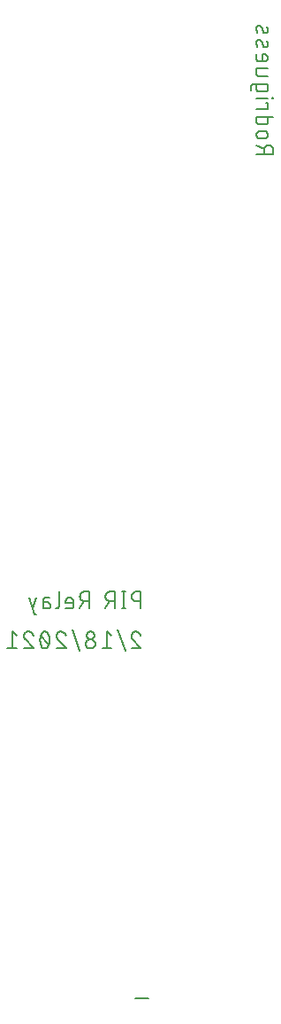
<source format=gbo>
G04 EAGLE Gerber RS-274X export*
G75*
%MOMM*%
%FSLAX34Y34*%
%LPD*%
%INSilkscreen Bottom*%
%IPPOS*%
%AMOC8*
5,1,8,0,0,1.08239X$1,22.5*%
G01*
%ADD10C,0.152400*%
%ADD11C,0.203200*%


D10*
X240538Y394462D02*
X240538Y410718D01*
X236022Y410718D01*
X235889Y410716D01*
X235757Y410710D01*
X235625Y410700D01*
X235493Y410687D01*
X235361Y410669D01*
X235231Y410648D01*
X235100Y410623D01*
X234971Y410594D01*
X234843Y410561D01*
X234715Y410525D01*
X234589Y410485D01*
X234464Y410441D01*
X234340Y410393D01*
X234218Y410342D01*
X234097Y410287D01*
X233978Y410229D01*
X233860Y410167D01*
X233745Y410102D01*
X233631Y410033D01*
X233520Y409962D01*
X233411Y409886D01*
X233304Y409808D01*
X233199Y409727D01*
X233097Y409642D01*
X232997Y409555D01*
X232900Y409465D01*
X232805Y409372D01*
X232714Y409276D01*
X232625Y409178D01*
X232539Y409077D01*
X232456Y408973D01*
X232376Y408867D01*
X232300Y408759D01*
X232226Y408649D01*
X232156Y408536D01*
X232089Y408422D01*
X232026Y408305D01*
X231966Y408187D01*
X231909Y408067D01*
X231856Y407945D01*
X231807Y407822D01*
X231761Y407698D01*
X231719Y407572D01*
X231681Y407445D01*
X231646Y407317D01*
X231615Y407188D01*
X231588Y407059D01*
X231565Y406928D01*
X231545Y406797D01*
X231530Y406665D01*
X231518Y406533D01*
X231510Y406401D01*
X231506Y406268D01*
X231506Y406136D01*
X231510Y406003D01*
X231518Y405871D01*
X231530Y405739D01*
X231545Y405607D01*
X231565Y405476D01*
X231588Y405345D01*
X231615Y405216D01*
X231646Y405087D01*
X231681Y404959D01*
X231719Y404832D01*
X231761Y404706D01*
X231807Y404582D01*
X231856Y404459D01*
X231909Y404337D01*
X231966Y404217D01*
X232026Y404099D01*
X232089Y403982D01*
X232156Y403868D01*
X232226Y403755D01*
X232300Y403645D01*
X232376Y403537D01*
X232456Y403431D01*
X232539Y403327D01*
X232625Y403226D01*
X232714Y403128D01*
X232805Y403032D01*
X232900Y402939D01*
X232997Y402849D01*
X233097Y402762D01*
X233199Y402677D01*
X233304Y402596D01*
X233411Y402518D01*
X233520Y402442D01*
X233631Y402371D01*
X233745Y402302D01*
X233860Y402237D01*
X233978Y402175D01*
X234097Y402117D01*
X234218Y402062D01*
X234340Y402011D01*
X234464Y401963D01*
X234589Y401919D01*
X234715Y401879D01*
X234843Y401843D01*
X234971Y401810D01*
X235100Y401781D01*
X235231Y401756D01*
X235361Y401735D01*
X235493Y401717D01*
X235625Y401704D01*
X235757Y401694D01*
X235889Y401688D01*
X236022Y401686D01*
X236022Y401687D02*
X240538Y401687D01*
X224250Y394462D02*
X224250Y410718D01*
X226056Y394462D02*
X222443Y394462D01*
X222443Y410718D02*
X226056Y410718D01*
X215647Y410718D02*
X215647Y394462D01*
X215647Y410718D02*
X211132Y410718D01*
X210999Y410716D01*
X210867Y410710D01*
X210735Y410700D01*
X210603Y410687D01*
X210471Y410669D01*
X210341Y410648D01*
X210210Y410623D01*
X210081Y410594D01*
X209953Y410561D01*
X209825Y410525D01*
X209699Y410485D01*
X209574Y410441D01*
X209450Y410393D01*
X209328Y410342D01*
X209207Y410287D01*
X209088Y410229D01*
X208970Y410167D01*
X208855Y410102D01*
X208741Y410033D01*
X208630Y409962D01*
X208521Y409886D01*
X208414Y409808D01*
X208309Y409727D01*
X208207Y409642D01*
X208107Y409555D01*
X208010Y409465D01*
X207915Y409372D01*
X207824Y409276D01*
X207735Y409178D01*
X207649Y409077D01*
X207566Y408973D01*
X207486Y408867D01*
X207410Y408759D01*
X207336Y408649D01*
X207266Y408536D01*
X207199Y408422D01*
X207136Y408305D01*
X207076Y408187D01*
X207019Y408067D01*
X206966Y407945D01*
X206917Y407822D01*
X206871Y407698D01*
X206829Y407572D01*
X206791Y407445D01*
X206756Y407317D01*
X206725Y407188D01*
X206698Y407059D01*
X206675Y406928D01*
X206655Y406797D01*
X206640Y406665D01*
X206628Y406533D01*
X206620Y406401D01*
X206616Y406268D01*
X206616Y406136D01*
X206620Y406003D01*
X206628Y405871D01*
X206640Y405739D01*
X206655Y405607D01*
X206675Y405476D01*
X206698Y405345D01*
X206725Y405216D01*
X206756Y405087D01*
X206791Y404959D01*
X206829Y404832D01*
X206871Y404706D01*
X206917Y404582D01*
X206966Y404459D01*
X207019Y404337D01*
X207076Y404217D01*
X207136Y404099D01*
X207199Y403982D01*
X207266Y403868D01*
X207336Y403755D01*
X207410Y403645D01*
X207486Y403537D01*
X207566Y403431D01*
X207649Y403327D01*
X207735Y403226D01*
X207824Y403128D01*
X207915Y403032D01*
X208010Y402939D01*
X208107Y402849D01*
X208207Y402762D01*
X208309Y402677D01*
X208414Y402596D01*
X208521Y402518D01*
X208630Y402442D01*
X208741Y402371D01*
X208855Y402302D01*
X208970Y402237D01*
X209088Y402175D01*
X209207Y402117D01*
X209328Y402062D01*
X209450Y402011D01*
X209574Y401963D01*
X209699Y401919D01*
X209825Y401879D01*
X209953Y401843D01*
X210081Y401810D01*
X210210Y401781D01*
X210341Y401756D01*
X210471Y401735D01*
X210603Y401717D01*
X210735Y401704D01*
X210867Y401694D01*
X210999Y401688D01*
X211132Y401686D01*
X211132Y401687D02*
X215647Y401687D01*
X210229Y401687D02*
X206616Y394462D01*
X191159Y394462D02*
X191159Y410718D01*
X186643Y410718D01*
X186510Y410716D01*
X186378Y410710D01*
X186246Y410700D01*
X186114Y410687D01*
X185982Y410669D01*
X185852Y410648D01*
X185721Y410623D01*
X185592Y410594D01*
X185464Y410561D01*
X185336Y410525D01*
X185210Y410485D01*
X185085Y410441D01*
X184961Y410393D01*
X184839Y410342D01*
X184718Y410287D01*
X184599Y410229D01*
X184481Y410167D01*
X184366Y410102D01*
X184252Y410033D01*
X184141Y409962D01*
X184032Y409886D01*
X183925Y409808D01*
X183820Y409727D01*
X183718Y409642D01*
X183618Y409555D01*
X183521Y409465D01*
X183426Y409372D01*
X183335Y409276D01*
X183246Y409178D01*
X183160Y409077D01*
X183077Y408973D01*
X182997Y408867D01*
X182921Y408759D01*
X182847Y408649D01*
X182777Y408536D01*
X182710Y408422D01*
X182647Y408305D01*
X182587Y408187D01*
X182530Y408067D01*
X182477Y407945D01*
X182428Y407822D01*
X182382Y407698D01*
X182340Y407572D01*
X182302Y407445D01*
X182267Y407317D01*
X182236Y407188D01*
X182209Y407059D01*
X182186Y406928D01*
X182166Y406797D01*
X182151Y406665D01*
X182139Y406533D01*
X182131Y406401D01*
X182127Y406268D01*
X182127Y406136D01*
X182131Y406003D01*
X182139Y405871D01*
X182151Y405739D01*
X182166Y405607D01*
X182186Y405476D01*
X182209Y405345D01*
X182236Y405216D01*
X182267Y405087D01*
X182302Y404959D01*
X182340Y404832D01*
X182382Y404706D01*
X182428Y404582D01*
X182477Y404459D01*
X182530Y404337D01*
X182587Y404217D01*
X182647Y404099D01*
X182710Y403982D01*
X182777Y403868D01*
X182847Y403755D01*
X182921Y403645D01*
X182997Y403537D01*
X183077Y403431D01*
X183160Y403327D01*
X183246Y403226D01*
X183335Y403128D01*
X183426Y403032D01*
X183521Y402939D01*
X183618Y402849D01*
X183718Y402762D01*
X183820Y402677D01*
X183925Y402596D01*
X184032Y402518D01*
X184141Y402442D01*
X184252Y402371D01*
X184366Y402302D01*
X184481Y402237D01*
X184599Y402175D01*
X184718Y402117D01*
X184839Y402062D01*
X184961Y402011D01*
X185085Y401963D01*
X185210Y401919D01*
X185336Y401879D01*
X185464Y401843D01*
X185592Y401810D01*
X185721Y401781D01*
X185852Y401756D01*
X185982Y401735D01*
X186114Y401717D01*
X186246Y401704D01*
X186378Y401694D01*
X186510Y401688D01*
X186643Y401686D01*
X186643Y401687D02*
X191159Y401687D01*
X185740Y401687D02*
X182127Y394462D01*
X173049Y394462D02*
X168533Y394462D01*
X173049Y394462D02*
X173150Y394464D01*
X173251Y394470D01*
X173352Y394479D01*
X173453Y394492D01*
X173553Y394509D01*
X173652Y394530D01*
X173750Y394554D01*
X173847Y394582D01*
X173944Y394614D01*
X174039Y394649D01*
X174132Y394688D01*
X174224Y394730D01*
X174315Y394776D01*
X174404Y394825D01*
X174490Y394877D01*
X174575Y394933D01*
X174658Y394991D01*
X174738Y395053D01*
X174816Y395118D01*
X174892Y395185D01*
X174965Y395255D01*
X175035Y395328D01*
X175102Y395404D01*
X175167Y395482D01*
X175229Y395562D01*
X175287Y395645D01*
X175343Y395730D01*
X175395Y395817D01*
X175444Y395905D01*
X175490Y395996D01*
X175532Y396088D01*
X175571Y396181D01*
X175606Y396276D01*
X175638Y396373D01*
X175666Y396470D01*
X175690Y396568D01*
X175711Y396667D01*
X175728Y396767D01*
X175741Y396868D01*
X175750Y396969D01*
X175756Y397070D01*
X175758Y397171D01*
X175758Y401687D01*
X175757Y401687D02*
X175755Y401806D01*
X175749Y401926D01*
X175739Y402045D01*
X175725Y402163D01*
X175708Y402282D01*
X175686Y402399D01*
X175661Y402516D01*
X175631Y402631D01*
X175598Y402746D01*
X175561Y402860D01*
X175521Y402972D01*
X175476Y403083D01*
X175428Y403192D01*
X175377Y403300D01*
X175322Y403406D01*
X175263Y403510D01*
X175201Y403612D01*
X175136Y403712D01*
X175067Y403810D01*
X174995Y403906D01*
X174920Y403999D01*
X174843Y404089D01*
X174762Y404177D01*
X174678Y404262D01*
X174591Y404344D01*
X174502Y404424D01*
X174410Y404500D01*
X174316Y404574D01*
X174219Y404644D01*
X174121Y404711D01*
X174020Y404775D01*
X173916Y404835D01*
X173811Y404892D01*
X173704Y404945D01*
X173596Y404995D01*
X173486Y405041D01*
X173374Y405083D01*
X173261Y405122D01*
X173147Y405157D01*
X173032Y405188D01*
X172915Y405216D01*
X172798Y405239D01*
X172681Y405259D01*
X172562Y405275D01*
X172443Y405287D01*
X172324Y405295D01*
X172205Y405299D01*
X172085Y405299D01*
X171966Y405295D01*
X171847Y405287D01*
X171728Y405275D01*
X171609Y405259D01*
X171492Y405239D01*
X171375Y405216D01*
X171258Y405188D01*
X171143Y405157D01*
X171029Y405122D01*
X170916Y405083D01*
X170804Y405041D01*
X170694Y404995D01*
X170586Y404945D01*
X170479Y404892D01*
X170374Y404835D01*
X170270Y404775D01*
X170169Y404711D01*
X170071Y404644D01*
X169974Y404574D01*
X169880Y404500D01*
X169788Y404424D01*
X169699Y404344D01*
X169612Y404262D01*
X169528Y404177D01*
X169447Y404089D01*
X169370Y403999D01*
X169295Y403906D01*
X169223Y403810D01*
X169154Y403712D01*
X169089Y403612D01*
X169027Y403510D01*
X168968Y403406D01*
X168913Y403300D01*
X168862Y403192D01*
X168814Y403083D01*
X168769Y402972D01*
X168729Y402860D01*
X168692Y402746D01*
X168659Y402631D01*
X168629Y402516D01*
X168604Y402399D01*
X168582Y402282D01*
X168565Y402163D01*
X168551Y402045D01*
X168541Y401926D01*
X168535Y401806D01*
X168533Y401687D01*
X168533Y399881D01*
X175758Y399881D01*
X161974Y397171D02*
X161974Y410718D01*
X161974Y397171D02*
X161972Y397070D01*
X161966Y396969D01*
X161957Y396868D01*
X161944Y396767D01*
X161927Y396667D01*
X161906Y396568D01*
X161882Y396470D01*
X161854Y396373D01*
X161822Y396276D01*
X161787Y396181D01*
X161748Y396088D01*
X161706Y395996D01*
X161660Y395905D01*
X161611Y395817D01*
X161559Y395730D01*
X161503Y395645D01*
X161445Y395562D01*
X161383Y395482D01*
X161318Y395404D01*
X161251Y395328D01*
X161181Y395255D01*
X161108Y395185D01*
X161032Y395118D01*
X160954Y395053D01*
X160874Y394991D01*
X160791Y394933D01*
X160706Y394877D01*
X160620Y394825D01*
X160531Y394776D01*
X160440Y394730D01*
X160348Y394688D01*
X160255Y394649D01*
X160160Y394614D01*
X160063Y394582D01*
X159966Y394554D01*
X159868Y394530D01*
X159769Y394509D01*
X159669Y394492D01*
X159568Y394479D01*
X159467Y394470D01*
X159366Y394464D01*
X159265Y394462D01*
X150787Y400784D02*
X146723Y400784D01*
X150787Y400784D02*
X150899Y400782D01*
X151010Y400776D01*
X151121Y400766D01*
X151232Y400753D01*
X151342Y400735D01*
X151451Y400713D01*
X151560Y400688D01*
X151668Y400659D01*
X151774Y400626D01*
X151880Y400589D01*
X151984Y400549D01*
X152086Y400505D01*
X152187Y400457D01*
X152286Y400406D01*
X152384Y400351D01*
X152479Y400293D01*
X152572Y400232D01*
X152663Y400167D01*
X152752Y400099D01*
X152838Y400028D01*
X152921Y399955D01*
X153002Y399878D01*
X153081Y399798D01*
X153156Y399716D01*
X153228Y399631D01*
X153298Y399544D01*
X153364Y399454D01*
X153427Y399362D01*
X153487Y399267D01*
X153543Y399171D01*
X153596Y399073D01*
X153645Y398973D01*
X153691Y398871D01*
X153733Y398768D01*
X153772Y398663D01*
X153807Y398557D01*
X153838Y398450D01*
X153865Y398342D01*
X153889Y398233D01*
X153908Y398123D01*
X153924Y398013D01*
X153936Y397902D01*
X153944Y397790D01*
X153948Y397679D01*
X153948Y397567D01*
X153944Y397456D01*
X153936Y397344D01*
X153924Y397233D01*
X153908Y397123D01*
X153889Y397013D01*
X153865Y396904D01*
X153838Y396796D01*
X153807Y396689D01*
X153772Y396583D01*
X153733Y396478D01*
X153691Y396375D01*
X153645Y396273D01*
X153596Y396173D01*
X153543Y396075D01*
X153487Y395979D01*
X153427Y395884D01*
X153364Y395792D01*
X153298Y395702D01*
X153228Y395615D01*
X153156Y395530D01*
X153081Y395448D01*
X153002Y395368D01*
X152921Y395291D01*
X152838Y395218D01*
X152752Y395147D01*
X152663Y395079D01*
X152572Y395014D01*
X152479Y394953D01*
X152384Y394895D01*
X152286Y394840D01*
X152187Y394789D01*
X152086Y394741D01*
X151984Y394697D01*
X151880Y394657D01*
X151774Y394620D01*
X151668Y394587D01*
X151560Y394558D01*
X151451Y394533D01*
X151342Y394511D01*
X151232Y394493D01*
X151121Y394480D01*
X151010Y394470D01*
X150899Y394464D01*
X150787Y394462D01*
X146723Y394462D01*
X146723Y402590D01*
X146725Y402691D01*
X146731Y402792D01*
X146740Y402893D01*
X146753Y402994D01*
X146770Y403094D01*
X146791Y403193D01*
X146815Y403291D01*
X146843Y403388D01*
X146875Y403485D01*
X146910Y403580D01*
X146949Y403673D01*
X146991Y403765D01*
X147037Y403856D01*
X147086Y403945D01*
X147138Y404031D01*
X147194Y404116D01*
X147252Y404199D01*
X147314Y404279D01*
X147379Y404357D01*
X147446Y404433D01*
X147516Y404506D01*
X147589Y404576D01*
X147665Y404643D01*
X147743Y404708D01*
X147823Y404770D01*
X147906Y404828D01*
X147991Y404884D01*
X148078Y404936D01*
X148166Y404985D01*
X148257Y405031D01*
X148349Y405073D01*
X148442Y405112D01*
X148537Y405147D01*
X148634Y405179D01*
X148731Y405207D01*
X148829Y405231D01*
X148928Y405252D01*
X149028Y405269D01*
X149129Y405282D01*
X149230Y405291D01*
X149331Y405297D01*
X149432Y405299D01*
X153044Y405299D01*
X140327Y389043D02*
X138521Y389043D01*
X133102Y405299D01*
X140327Y405299D02*
X136715Y394462D01*
X351282Y828100D02*
X367538Y828100D01*
X367538Y832616D01*
X367536Y832749D01*
X367530Y832881D01*
X367520Y833013D01*
X367507Y833145D01*
X367489Y833277D01*
X367468Y833407D01*
X367443Y833538D01*
X367414Y833667D01*
X367381Y833795D01*
X367345Y833923D01*
X367305Y834049D01*
X367261Y834174D01*
X367213Y834298D01*
X367162Y834420D01*
X367107Y834541D01*
X367049Y834660D01*
X366987Y834778D01*
X366922Y834893D01*
X366853Y835007D01*
X366782Y835118D01*
X366706Y835227D01*
X366628Y835334D01*
X366547Y835439D01*
X366462Y835541D01*
X366375Y835641D01*
X366285Y835738D01*
X366192Y835833D01*
X366096Y835924D01*
X365998Y836013D01*
X365897Y836099D01*
X365793Y836182D01*
X365687Y836262D01*
X365579Y836338D01*
X365469Y836412D01*
X365356Y836482D01*
X365242Y836549D01*
X365125Y836612D01*
X365007Y836672D01*
X364887Y836729D01*
X364765Y836782D01*
X364642Y836831D01*
X364518Y836877D01*
X364392Y836919D01*
X364265Y836957D01*
X364137Y836992D01*
X364008Y837023D01*
X363879Y837050D01*
X363748Y837073D01*
X363617Y837093D01*
X363485Y837108D01*
X363353Y837120D01*
X363221Y837128D01*
X363088Y837132D01*
X362956Y837132D01*
X362823Y837128D01*
X362691Y837120D01*
X362559Y837108D01*
X362427Y837093D01*
X362296Y837073D01*
X362165Y837050D01*
X362036Y837023D01*
X361907Y836992D01*
X361779Y836957D01*
X361652Y836919D01*
X361526Y836877D01*
X361402Y836831D01*
X361279Y836782D01*
X361157Y836729D01*
X361037Y836672D01*
X360919Y836612D01*
X360802Y836549D01*
X360688Y836482D01*
X360575Y836412D01*
X360465Y836338D01*
X360357Y836262D01*
X360251Y836182D01*
X360147Y836099D01*
X360046Y836013D01*
X359948Y835924D01*
X359852Y835833D01*
X359759Y835738D01*
X359669Y835641D01*
X359582Y835541D01*
X359497Y835439D01*
X359416Y835334D01*
X359338Y835227D01*
X359262Y835118D01*
X359191Y835007D01*
X359122Y834893D01*
X359057Y834778D01*
X358995Y834660D01*
X358937Y834541D01*
X358882Y834420D01*
X358831Y834298D01*
X358783Y834174D01*
X358739Y834049D01*
X358699Y833923D01*
X358663Y833795D01*
X358630Y833667D01*
X358601Y833538D01*
X358576Y833407D01*
X358555Y833277D01*
X358537Y833145D01*
X358524Y833013D01*
X358514Y832881D01*
X358508Y832749D01*
X358506Y832616D01*
X358507Y832616D02*
X358507Y828100D01*
X358507Y833519D02*
X351282Y837131D01*
X354894Y843501D02*
X358507Y843501D01*
X358626Y843503D01*
X358746Y843509D01*
X358865Y843519D01*
X358983Y843533D01*
X359102Y843550D01*
X359219Y843572D01*
X359336Y843597D01*
X359451Y843627D01*
X359566Y843660D01*
X359680Y843697D01*
X359792Y843737D01*
X359903Y843782D01*
X360012Y843830D01*
X360120Y843881D01*
X360226Y843936D01*
X360330Y843995D01*
X360432Y844057D01*
X360532Y844122D01*
X360630Y844191D01*
X360726Y844263D01*
X360819Y844338D01*
X360909Y844415D01*
X360997Y844496D01*
X361082Y844580D01*
X361164Y844667D01*
X361244Y844756D01*
X361320Y844848D01*
X361394Y844942D01*
X361464Y845039D01*
X361531Y845137D01*
X361595Y845238D01*
X361655Y845342D01*
X361712Y845447D01*
X361765Y845554D01*
X361815Y845662D01*
X361861Y845772D01*
X361903Y845884D01*
X361942Y845997D01*
X361977Y846111D01*
X362008Y846226D01*
X362036Y846343D01*
X362059Y846460D01*
X362079Y846577D01*
X362095Y846696D01*
X362107Y846815D01*
X362115Y846934D01*
X362119Y847053D01*
X362119Y847173D01*
X362115Y847292D01*
X362107Y847411D01*
X362095Y847530D01*
X362079Y847649D01*
X362059Y847766D01*
X362036Y847883D01*
X362008Y848000D01*
X361977Y848115D01*
X361942Y848229D01*
X361903Y848342D01*
X361861Y848454D01*
X361815Y848564D01*
X361765Y848672D01*
X361712Y848779D01*
X361655Y848884D01*
X361595Y848988D01*
X361531Y849089D01*
X361464Y849187D01*
X361394Y849284D01*
X361320Y849378D01*
X361244Y849470D01*
X361164Y849559D01*
X361082Y849646D01*
X360997Y849730D01*
X360909Y849811D01*
X360819Y849888D01*
X360726Y849963D01*
X360630Y850035D01*
X360532Y850104D01*
X360432Y850169D01*
X360330Y850231D01*
X360226Y850290D01*
X360120Y850345D01*
X360012Y850396D01*
X359903Y850444D01*
X359792Y850489D01*
X359680Y850529D01*
X359566Y850566D01*
X359451Y850599D01*
X359336Y850629D01*
X359219Y850654D01*
X359102Y850676D01*
X358983Y850693D01*
X358865Y850707D01*
X358746Y850717D01*
X358626Y850723D01*
X358507Y850725D01*
X358507Y850726D02*
X354894Y850726D01*
X354894Y850725D02*
X354775Y850723D01*
X354655Y850717D01*
X354536Y850707D01*
X354418Y850693D01*
X354299Y850676D01*
X354182Y850654D01*
X354065Y850629D01*
X353950Y850599D01*
X353835Y850566D01*
X353721Y850529D01*
X353609Y850489D01*
X353498Y850444D01*
X353389Y850396D01*
X353281Y850345D01*
X353175Y850290D01*
X353071Y850231D01*
X352969Y850169D01*
X352869Y850104D01*
X352771Y850035D01*
X352675Y849963D01*
X352582Y849888D01*
X352492Y849811D01*
X352404Y849730D01*
X352319Y849646D01*
X352237Y849559D01*
X352157Y849470D01*
X352081Y849378D01*
X352007Y849284D01*
X351937Y849187D01*
X351870Y849089D01*
X351806Y848988D01*
X351746Y848884D01*
X351689Y848779D01*
X351636Y848672D01*
X351586Y848564D01*
X351540Y848454D01*
X351498Y848342D01*
X351459Y848229D01*
X351424Y848115D01*
X351393Y848000D01*
X351365Y847883D01*
X351342Y847766D01*
X351322Y847649D01*
X351306Y847530D01*
X351294Y847411D01*
X351286Y847292D01*
X351282Y847173D01*
X351282Y847053D01*
X351286Y846934D01*
X351294Y846815D01*
X351306Y846696D01*
X351322Y846577D01*
X351342Y846460D01*
X351365Y846343D01*
X351393Y846226D01*
X351424Y846111D01*
X351459Y845997D01*
X351498Y845884D01*
X351540Y845772D01*
X351586Y845662D01*
X351636Y845554D01*
X351689Y845447D01*
X351746Y845342D01*
X351806Y845238D01*
X351870Y845137D01*
X351937Y845039D01*
X352007Y844942D01*
X352081Y844848D01*
X352157Y844756D01*
X352237Y844667D01*
X352319Y844580D01*
X352404Y844496D01*
X352492Y844415D01*
X352582Y844338D01*
X352675Y844263D01*
X352771Y844191D01*
X352869Y844122D01*
X352969Y844057D01*
X353071Y843995D01*
X353175Y843936D01*
X353281Y843881D01*
X353389Y843830D01*
X353498Y843782D01*
X353609Y843737D01*
X353721Y843697D01*
X353835Y843660D01*
X353950Y843627D01*
X354065Y843597D01*
X354182Y843572D01*
X354299Y843550D01*
X354418Y843533D01*
X354536Y843519D01*
X354655Y843509D01*
X354775Y843503D01*
X354894Y843501D01*
X351282Y864199D02*
X367538Y864199D01*
X351282Y864199D02*
X351282Y859684D01*
X351284Y859583D01*
X351290Y859482D01*
X351299Y859381D01*
X351312Y859280D01*
X351329Y859180D01*
X351350Y859081D01*
X351374Y858983D01*
X351402Y858886D01*
X351434Y858789D01*
X351469Y858694D01*
X351508Y858601D01*
X351550Y858509D01*
X351596Y858418D01*
X351645Y858330D01*
X351697Y858243D01*
X351753Y858158D01*
X351811Y858075D01*
X351873Y857995D01*
X351938Y857917D01*
X352005Y857841D01*
X352075Y857768D01*
X352148Y857698D01*
X352224Y857631D01*
X352302Y857566D01*
X352382Y857504D01*
X352465Y857446D01*
X352550Y857390D01*
X352637Y857338D01*
X352725Y857289D01*
X352816Y857243D01*
X352908Y857201D01*
X353001Y857162D01*
X353096Y857127D01*
X353193Y857095D01*
X353290Y857067D01*
X353388Y857043D01*
X353487Y857022D01*
X353587Y857005D01*
X353688Y856992D01*
X353789Y856983D01*
X353890Y856977D01*
X353991Y856975D01*
X359410Y856975D01*
X359511Y856977D01*
X359612Y856983D01*
X359713Y856992D01*
X359814Y857005D01*
X359914Y857022D01*
X360013Y857043D01*
X360111Y857067D01*
X360208Y857095D01*
X360305Y857127D01*
X360400Y857162D01*
X360493Y857201D01*
X360585Y857243D01*
X360676Y857289D01*
X360765Y857338D01*
X360851Y857390D01*
X360936Y857446D01*
X361019Y857504D01*
X361099Y857566D01*
X361177Y857631D01*
X361253Y857698D01*
X361326Y857768D01*
X361396Y857841D01*
X361463Y857917D01*
X361528Y857995D01*
X361590Y858075D01*
X361648Y858158D01*
X361704Y858243D01*
X361756Y858330D01*
X361805Y858418D01*
X361851Y858509D01*
X361893Y858601D01*
X361932Y858694D01*
X361967Y858789D01*
X361999Y858886D01*
X362027Y858983D01*
X362051Y859081D01*
X362072Y859180D01*
X362089Y859280D01*
X362102Y859381D01*
X362111Y859482D01*
X362117Y859583D01*
X362119Y859684D01*
X362119Y864199D01*
X362119Y871722D02*
X351282Y871722D01*
X362119Y871722D02*
X362119Y877140D01*
X360313Y877140D01*
X362119Y882023D02*
X351282Y882023D01*
X366635Y881571D02*
X367538Y881571D01*
X367538Y882474D01*
X366635Y882474D01*
X366635Y881571D01*
X351282Y890946D02*
X351282Y895462D01*
X351282Y890946D02*
X351284Y890845D01*
X351290Y890744D01*
X351299Y890643D01*
X351312Y890542D01*
X351329Y890442D01*
X351350Y890343D01*
X351374Y890245D01*
X351402Y890148D01*
X351434Y890051D01*
X351469Y889956D01*
X351508Y889863D01*
X351550Y889771D01*
X351596Y889680D01*
X351645Y889592D01*
X351697Y889505D01*
X351753Y889420D01*
X351811Y889337D01*
X351873Y889257D01*
X351938Y889179D01*
X352005Y889103D01*
X352075Y889030D01*
X352148Y888960D01*
X352224Y888893D01*
X352302Y888828D01*
X352382Y888766D01*
X352465Y888708D01*
X352550Y888652D01*
X352637Y888600D01*
X352725Y888551D01*
X352816Y888505D01*
X352908Y888463D01*
X353001Y888424D01*
X353096Y888389D01*
X353193Y888357D01*
X353290Y888329D01*
X353388Y888305D01*
X353487Y888284D01*
X353587Y888267D01*
X353688Y888254D01*
X353789Y888245D01*
X353890Y888239D01*
X353991Y888237D01*
X359410Y888237D01*
X359511Y888239D01*
X359612Y888245D01*
X359713Y888254D01*
X359814Y888267D01*
X359914Y888284D01*
X360013Y888305D01*
X360111Y888329D01*
X360208Y888357D01*
X360305Y888389D01*
X360400Y888424D01*
X360493Y888463D01*
X360585Y888505D01*
X360676Y888551D01*
X360765Y888600D01*
X360851Y888652D01*
X360936Y888708D01*
X361019Y888766D01*
X361099Y888828D01*
X361177Y888893D01*
X361253Y888960D01*
X361326Y889030D01*
X361396Y889103D01*
X361463Y889179D01*
X361528Y889257D01*
X361590Y889337D01*
X361648Y889420D01*
X361704Y889505D01*
X361756Y889592D01*
X361805Y889680D01*
X361851Y889771D01*
X361893Y889863D01*
X361932Y889956D01*
X361967Y890051D01*
X361999Y890148D01*
X362027Y890245D01*
X362051Y890343D01*
X362072Y890442D01*
X362089Y890542D01*
X362102Y890643D01*
X362111Y890744D01*
X362117Y890845D01*
X362119Y890946D01*
X362119Y895462D01*
X348573Y895462D01*
X348573Y895461D02*
X348469Y895459D01*
X348366Y895453D01*
X348262Y895443D01*
X348159Y895429D01*
X348057Y895411D01*
X347956Y895390D01*
X347855Y895364D01*
X347756Y895335D01*
X347657Y895302D01*
X347560Y895265D01*
X347465Y895224D01*
X347371Y895180D01*
X347279Y895132D01*
X347189Y895081D01*
X347100Y895026D01*
X347014Y894968D01*
X346931Y894906D01*
X346849Y894842D01*
X346771Y894774D01*
X346695Y894704D01*
X346621Y894631D01*
X346551Y894554D01*
X346483Y894476D01*
X346419Y894394D01*
X346357Y894311D01*
X346299Y894225D01*
X346244Y894136D01*
X346193Y894046D01*
X346145Y893954D01*
X346101Y893860D01*
X346060Y893765D01*
X346023Y893668D01*
X345990Y893569D01*
X345961Y893470D01*
X345935Y893369D01*
X345914Y893268D01*
X345896Y893166D01*
X345882Y893063D01*
X345872Y892959D01*
X345866Y892856D01*
X345864Y892752D01*
X345863Y892752D02*
X345863Y889140D01*
X353991Y902899D02*
X362119Y902899D01*
X353991Y902900D02*
X353890Y902902D01*
X353789Y902908D01*
X353688Y902917D01*
X353587Y902930D01*
X353487Y902947D01*
X353388Y902968D01*
X353290Y902992D01*
X353193Y903020D01*
X353096Y903052D01*
X353001Y903087D01*
X352908Y903126D01*
X352816Y903168D01*
X352725Y903214D01*
X352637Y903263D01*
X352550Y903315D01*
X352465Y903371D01*
X352382Y903429D01*
X352302Y903491D01*
X352224Y903556D01*
X352148Y903623D01*
X352075Y903693D01*
X352005Y903766D01*
X351938Y903842D01*
X351873Y903920D01*
X351811Y904000D01*
X351753Y904083D01*
X351697Y904168D01*
X351645Y904255D01*
X351596Y904343D01*
X351550Y904434D01*
X351508Y904526D01*
X351469Y904619D01*
X351434Y904714D01*
X351402Y904811D01*
X351374Y904908D01*
X351350Y905006D01*
X351329Y905105D01*
X351312Y905205D01*
X351299Y905306D01*
X351290Y905407D01*
X351284Y905508D01*
X351282Y905609D01*
X351282Y910124D01*
X362119Y910124D01*
X351282Y919677D02*
X351282Y924192D01*
X351282Y919677D02*
X351284Y919576D01*
X351290Y919475D01*
X351299Y919374D01*
X351312Y919273D01*
X351329Y919173D01*
X351350Y919074D01*
X351374Y918976D01*
X351402Y918879D01*
X351434Y918782D01*
X351469Y918687D01*
X351508Y918594D01*
X351550Y918502D01*
X351596Y918411D01*
X351645Y918323D01*
X351697Y918236D01*
X351753Y918151D01*
X351811Y918068D01*
X351873Y917988D01*
X351938Y917910D01*
X352005Y917834D01*
X352075Y917761D01*
X352148Y917691D01*
X352224Y917624D01*
X352302Y917559D01*
X352382Y917497D01*
X352465Y917439D01*
X352550Y917383D01*
X352637Y917331D01*
X352725Y917282D01*
X352816Y917236D01*
X352908Y917194D01*
X353001Y917155D01*
X353096Y917120D01*
X353193Y917088D01*
X353290Y917060D01*
X353388Y917036D01*
X353487Y917015D01*
X353587Y916998D01*
X353688Y916985D01*
X353789Y916976D01*
X353890Y916970D01*
X353991Y916968D01*
X353991Y916967D02*
X358507Y916967D01*
X358507Y916968D02*
X358626Y916970D01*
X358746Y916976D01*
X358865Y916986D01*
X358983Y917000D01*
X359102Y917017D01*
X359219Y917039D01*
X359336Y917064D01*
X359451Y917094D01*
X359566Y917127D01*
X359680Y917164D01*
X359792Y917204D01*
X359903Y917249D01*
X360012Y917297D01*
X360120Y917348D01*
X360226Y917403D01*
X360330Y917462D01*
X360432Y917524D01*
X360532Y917589D01*
X360630Y917658D01*
X360726Y917730D01*
X360819Y917805D01*
X360909Y917882D01*
X360997Y917963D01*
X361082Y918047D01*
X361164Y918134D01*
X361244Y918223D01*
X361320Y918315D01*
X361394Y918409D01*
X361464Y918506D01*
X361531Y918604D01*
X361595Y918705D01*
X361655Y918809D01*
X361712Y918914D01*
X361765Y919021D01*
X361815Y919129D01*
X361861Y919239D01*
X361903Y919351D01*
X361942Y919464D01*
X361977Y919578D01*
X362008Y919693D01*
X362036Y919810D01*
X362059Y919927D01*
X362079Y920044D01*
X362095Y920163D01*
X362107Y920282D01*
X362115Y920401D01*
X362119Y920520D01*
X362119Y920640D01*
X362115Y920759D01*
X362107Y920878D01*
X362095Y920997D01*
X362079Y921116D01*
X362059Y921233D01*
X362036Y921350D01*
X362008Y921467D01*
X361977Y921582D01*
X361942Y921696D01*
X361903Y921809D01*
X361861Y921921D01*
X361815Y922031D01*
X361765Y922139D01*
X361712Y922246D01*
X361655Y922351D01*
X361595Y922455D01*
X361531Y922556D01*
X361464Y922654D01*
X361394Y922751D01*
X361320Y922845D01*
X361244Y922937D01*
X361164Y923026D01*
X361082Y923113D01*
X360997Y923197D01*
X360909Y923278D01*
X360819Y923355D01*
X360726Y923430D01*
X360630Y923502D01*
X360532Y923571D01*
X360432Y923636D01*
X360330Y923698D01*
X360226Y923757D01*
X360120Y923812D01*
X360012Y923863D01*
X359903Y923911D01*
X359792Y923956D01*
X359680Y923996D01*
X359566Y924033D01*
X359451Y924066D01*
X359336Y924096D01*
X359219Y924121D01*
X359102Y924143D01*
X358983Y924160D01*
X358865Y924174D01*
X358746Y924184D01*
X358626Y924190D01*
X358507Y924192D01*
X356701Y924192D01*
X356701Y916967D01*
X357604Y931869D02*
X355798Y936385D01*
X357604Y931869D02*
X357641Y931781D01*
X357682Y931695D01*
X357726Y931610D01*
X357774Y931527D01*
X357825Y931447D01*
X357879Y931368D01*
X357937Y931292D01*
X357997Y931218D01*
X358061Y931146D01*
X358127Y931078D01*
X358197Y931012D01*
X358268Y930949D01*
X358343Y930888D01*
X358419Y930831D01*
X358498Y930778D01*
X358579Y930727D01*
X358662Y930680D01*
X358747Y930636D01*
X358834Y930596D01*
X358922Y930559D01*
X359012Y930526D01*
X359103Y930496D01*
X359195Y930471D01*
X359288Y930449D01*
X359382Y930431D01*
X359476Y930416D01*
X359571Y930406D01*
X359667Y930400D01*
X359762Y930397D01*
X359858Y930398D01*
X359953Y930404D01*
X360049Y930413D01*
X360143Y930426D01*
X360237Y930442D01*
X360331Y930463D01*
X360423Y930488D01*
X360514Y930516D01*
X360604Y930548D01*
X360693Y930583D01*
X360780Y930622D01*
X360866Y930665D01*
X360950Y930711D01*
X361031Y930761D01*
X361111Y930813D01*
X361189Y930869D01*
X361264Y930929D01*
X361336Y930991D01*
X361406Y931056D01*
X361474Y931124D01*
X361538Y931194D01*
X361600Y931267D01*
X361658Y931343D01*
X361714Y931421D01*
X361766Y931501D01*
X361815Y931583D01*
X361860Y931667D01*
X361902Y931753D01*
X361941Y931840D01*
X361976Y931929D01*
X362007Y932020D01*
X362034Y932111D01*
X362058Y932204D01*
X362078Y932297D01*
X362094Y932391D01*
X362106Y932486D01*
X362115Y932581D01*
X362119Y932677D01*
X362120Y932772D01*
X362113Y933019D01*
X362101Y933265D01*
X362083Y933511D01*
X362058Y933757D01*
X362028Y934001D01*
X361992Y934245D01*
X361951Y934488D01*
X361903Y934730D01*
X361849Y934971D01*
X361790Y935210D01*
X361725Y935448D01*
X361654Y935684D01*
X361578Y935919D01*
X361496Y936152D01*
X361408Y936382D01*
X361315Y936610D01*
X361217Y936837D01*
X355797Y936385D02*
X355760Y936473D01*
X355719Y936559D01*
X355675Y936644D01*
X355627Y936727D01*
X355576Y936807D01*
X355522Y936886D01*
X355464Y936962D01*
X355404Y937036D01*
X355340Y937108D01*
X355274Y937176D01*
X355204Y937242D01*
X355133Y937305D01*
X355058Y937366D01*
X354982Y937423D01*
X354903Y937476D01*
X354822Y937527D01*
X354739Y937574D01*
X354654Y937618D01*
X354567Y937658D01*
X354479Y937695D01*
X354389Y937728D01*
X354298Y937758D01*
X354206Y937783D01*
X354113Y937805D01*
X354019Y937823D01*
X353925Y937838D01*
X353830Y937848D01*
X353734Y937854D01*
X353639Y937857D01*
X353543Y937856D01*
X353448Y937850D01*
X353352Y937841D01*
X353258Y937828D01*
X353164Y937812D01*
X353070Y937791D01*
X352978Y937766D01*
X352887Y937738D01*
X352797Y937706D01*
X352708Y937671D01*
X352621Y937632D01*
X352535Y937589D01*
X352451Y937543D01*
X352370Y937493D01*
X352290Y937441D01*
X352212Y937385D01*
X352137Y937325D01*
X352065Y937263D01*
X351995Y937198D01*
X351927Y937130D01*
X351863Y937060D01*
X351801Y936987D01*
X351743Y936911D01*
X351687Y936833D01*
X351635Y936753D01*
X351586Y936671D01*
X351541Y936587D01*
X351499Y936501D01*
X351460Y936414D01*
X351425Y936325D01*
X351394Y936234D01*
X351367Y936143D01*
X351343Y936050D01*
X351323Y935957D01*
X351307Y935863D01*
X351295Y935768D01*
X351286Y935673D01*
X351282Y935577D01*
X351281Y935482D01*
X351282Y935481D02*
X351291Y935119D01*
X351309Y934757D01*
X351336Y934396D01*
X351371Y934036D01*
X351414Y933676D01*
X351466Y933317D01*
X351527Y932960D01*
X351596Y932605D01*
X351673Y932251D01*
X351759Y931899D01*
X351853Y931549D01*
X351956Y931201D01*
X352066Y930856D01*
X352185Y930514D01*
X357604Y945416D02*
X355798Y949932D01*
X357604Y945416D02*
X357641Y945328D01*
X357682Y945242D01*
X357726Y945157D01*
X357774Y945074D01*
X357825Y944994D01*
X357879Y944915D01*
X357937Y944839D01*
X357997Y944765D01*
X358061Y944693D01*
X358127Y944625D01*
X358197Y944559D01*
X358268Y944496D01*
X358343Y944435D01*
X358419Y944378D01*
X358498Y944325D01*
X358579Y944274D01*
X358662Y944227D01*
X358747Y944183D01*
X358834Y944143D01*
X358922Y944106D01*
X359012Y944073D01*
X359103Y944043D01*
X359195Y944018D01*
X359288Y943996D01*
X359382Y943978D01*
X359476Y943963D01*
X359571Y943953D01*
X359667Y943947D01*
X359762Y943944D01*
X359858Y943945D01*
X359953Y943951D01*
X360049Y943960D01*
X360143Y943973D01*
X360237Y943989D01*
X360331Y944010D01*
X360423Y944035D01*
X360514Y944063D01*
X360604Y944095D01*
X360693Y944130D01*
X360780Y944169D01*
X360866Y944212D01*
X360950Y944258D01*
X361031Y944308D01*
X361111Y944360D01*
X361189Y944416D01*
X361264Y944476D01*
X361336Y944538D01*
X361406Y944603D01*
X361474Y944671D01*
X361538Y944741D01*
X361600Y944814D01*
X361658Y944890D01*
X361714Y944968D01*
X361766Y945048D01*
X361815Y945130D01*
X361860Y945214D01*
X361902Y945300D01*
X361941Y945387D01*
X361976Y945476D01*
X362007Y945567D01*
X362034Y945658D01*
X362058Y945751D01*
X362078Y945844D01*
X362094Y945938D01*
X362106Y946033D01*
X362115Y946128D01*
X362119Y946224D01*
X362120Y946319D01*
X362113Y946566D01*
X362101Y946812D01*
X362083Y947058D01*
X362058Y947304D01*
X362028Y947548D01*
X361992Y947792D01*
X361951Y948035D01*
X361903Y948277D01*
X361849Y948518D01*
X361790Y948757D01*
X361725Y948995D01*
X361654Y949231D01*
X361578Y949466D01*
X361496Y949699D01*
X361408Y949929D01*
X361315Y950157D01*
X361217Y950384D01*
X355797Y949932D02*
X355760Y950020D01*
X355719Y950106D01*
X355675Y950191D01*
X355627Y950274D01*
X355576Y950354D01*
X355522Y950433D01*
X355464Y950509D01*
X355404Y950583D01*
X355340Y950655D01*
X355274Y950723D01*
X355204Y950789D01*
X355133Y950852D01*
X355058Y950913D01*
X354982Y950970D01*
X354903Y951023D01*
X354822Y951074D01*
X354739Y951121D01*
X354654Y951165D01*
X354567Y951205D01*
X354479Y951242D01*
X354389Y951275D01*
X354298Y951305D01*
X354206Y951330D01*
X354113Y951352D01*
X354019Y951370D01*
X353925Y951385D01*
X353830Y951395D01*
X353734Y951401D01*
X353639Y951404D01*
X353543Y951403D01*
X353448Y951397D01*
X353352Y951388D01*
X353258Y951375D01*
X353164Y951359D01*
X353070Y951338D01*
X352978Y951313D01*
X352887Y951285D01*
X352797Y951253D01*
X352708Y951218D01*
X352621Y951179D01*
X352535Y951136D01*
X352451Y951090D01*
X352370Y951040D01*
X352290Y950988D01*
X352212Y950932D01*
X352137Y950872D01*
X352065Y950810D01*
X351995Y950745D01*
X351927Y950677D01*
X351863Y950607D01*
X351801Y950534D01*
X351743Y950458D01*
X351687Y950380D01*
X351635Y950300D01*
X351586Y950218D01*
X351541Y950134D01*
X351499Y950048D01*
X351460Y949961D01*
X351425Y949872D01*
X351394Y949781D01*
X351367Y949690D01*
X351343Y949597D01*
X351323Y949504D01*
X351307Y949410D01*
X351295Y949315D01*
X351286Y949220D01*
X351282Y949124D01*
X351281Y949029D01*
X351282Y949028D02*
X351291Y948666D01*
X351309Y948304D01*
X351336Y947943D01*
X351371Y947583D01*
X351414Y947223D01*
X351466Y946864D01*
X351527Y946507D01*
X351596Y946152D01*
X351673Y945798D01*
X351759Y945446D01*
X351853Y945096D01*
X351956Y944748D01*
X352066Y944403D01*
X352185Y944061D01*
X235571Y372618D02*
X235446Y372616D01*
X235321Y372610D01*
X235196Y372601D01*
X235072Y372587D01*
X234948Y372570D01*
X234824Y372549D01*
X234702Y372524D01*
X234580Y372495D01*
X234459Y372463D01*
X234339Y372427D01*
X234220Y372387D01*
X234103Y372344D01*
X233987Y372297D01*
X233872Y372246D01*
X233760Y372192D01*
X233648Y372134D01*
X233539Y372074D01*
X233432Y372009D01*
X233326Y371942D01*
X233223Y371871D01*
X233122Y371797D01*
X233023Y371720D01*
X232927Y371640D01*
X232833Y371557D01*
X232742Y371472D01*
X232653Y371383D01*
X232568Y371292D01*
X232485Y371198D01*
X232405Y371102D01*
X232328Y371003D01*
X232254Y370902D01*
X232183Y370799D01*
X232116Y370693D01*
X232051Y370586D01*
X231991Y370477D01*
X231933Y370365D01*
X231879Y370253D01*
X231828Y370138D01*
X231781Y370022D01*
X231738Y369905D01*
X231698Y369786D01*
X231662Y369666D01*
X231630Y369545D01*
X231601Y369423D01*
X231576Y369301D01*
X231555Y369177D01*
X231538Y369053D01*
X231524Y368929D01*
X231515Y368804D01*
X231509Y368679D01*
X231507Y368554D01*
X235571Y372618D02*
X235714Y372616D01*
X235856Y372610D01*
X235999Y372600D01*
X236141Y372587D01*
X236282Y372569D01*
X236424Y372548D01*
X236564Y372523D01*
X236704Y372494D01*
X236843Y372461D01*
X236981Y372424D01*
X237118Y372384D01*
X237253Y372340D01*
X237388Y372292D01*
X237521Y372240D01*
X237653Y372185D01*
X237783Y372126D01*
X237911Y372064D01*
X238038Y371998D01*
X238163Y371929D01*
X238286Y371857D01*
X238407Y371781D01*
X238525Y371702D01*
X238642Y371619D01*
X238756Y371534D01*
X238868Y371445D01*
X238977Y371354D01*
X239084Y371259D01*
X239189Y371162D01*
X239290Y371061D01*
X239389Y370958D01*
X239485Y370853D01*
X239578Y370744D01*
X239668Y370633D01*
X239755Y370520D01*
X239839Y370405D01*
X239919Y370287D01*
X239997Y370167D01*
X240071Y370045D01*
X240141Y369921D01*
X240209Y369795D01*
X240272Y369667D01*
X240333Y369538D01*
X240390Y369407D01*
X240443Y369275D01*
X240492Y369141D01*
X240538Y369006D01*
X232862Y365393D02*
X232768Y365485D01*
X232678Y365579D01*
X232590Y365676D01*
X232505Y365776D01*
X232423Y365878D01*
X232344Y365983D01*
X232269Y366090D01*
X232197Y366199D01*
X232128Y366310D01*
X232062Y366424D01*
X232000Y366539D01*
X231941Y366656D01*
X231886Y366775D01*
X231835Y366895D01*
X231787Y367017D01*
X231742Y367140D01*
X231702Y367264D01*
X231665Y367390D01*
X231632Y367517D01*
X231603Y367644D01*
X231577Y367773D01*
X231556Y367902D01*
X231538Y368032D01*
X231525Y368162D01*
X231515Y368292D01*
X231509Y368423D01*
X231507Y368554D01*
X232862Y365393D02*
X240538Y356362D01*
X231507Y356362D01*
X225567Y354556D02*
X218342Y374424D01*
X212402Y369006D02*
X207886Y372618D01*
X207886Y356362D01*
X203371Y356362D02*
X212402Y356362D01*
X196771Y360878D02*
X196769Y361011D01*
X196763Y361143D01*
X196753Y361275D01*
X196740Y361407D01*
X196722Y361539D01*
X196701Y361669D01*
X196676Y361800D01*
X196647Y361929D01*
X196614Y362057D01*
X196578Y362185D01*
X196538Y362311D01*
X196494Y362436D01*
X196446Y362560D01*
X196395Y362682D01*
X196340Y362803D01*
X196282Y362922D01*
X196220Y363040D01*
X196155Y363155D01*
X196086Y363269D01*
X196015Y363380D01*
X195939Y363489D01*
X195861Y363596D01*
X195780Y363701D01*
X195695Y363803D01*
X195608Y363903D01*
X195518Y364000D01*
X195425Y364095D01*
X195329Y364186D01*
X195231Y364275D01*
X195130Y364361D01*
X195026Y364444D01*
X194920Y364524D01*
X194812Y364600D01*
X194702Y364674D01*
X194589Y364744D01*
X194475Y364811D01*
X194358Y364874D01*
X194240Y364934D01*
X194120Y364991D01*
X193998Y365044D01*
X193875Y365093D01*
X193751Y365139D01*
X193625Y365181D01*
X193498Y365219D01*
X193370Y365254D01*
X193241Y365285D01*
X193112Y365312D01*
X192981Y365335D01*
X192850Y365355D01*
X192718Y365370D01*
X192586Y365382D01*
X192454Y365390D01*
X192321Y365394D01*
X192189Y365394D01*
X192056Y365390D01*
X191924Y365382D01*
X191792Y365370D01*
X191660Y365355D01*
X191529Y365335D01*
X191398Y365312D01*
X191269Y365285D01*
X191140Y365254D01*
X191012Y365219D01*
X190885Y365181D01*
X190759Y365139D01*
X190635Y365093D01*
X190512Y365044D01*
X190390Y364991D01*
X190270Y364934D01*
X190152Y364874D01*
X190035Y364811D01*
X189921Y364744D01*
X189808Y364674D01*
X189698Y364600D01*
X189590Y364524D01*
X189484Y364444D01*
X189380Y364361D01*
X189279Y364275D01*
X189181Y364186D01*
X189085Y364095D01*
X188992Y364000D01*
X188902Y363903D01*
X188815Y363803D01*
X188730Y363701D01*
X188649Y363596D01*
X188571Y363489D01*
X188495Y363380D01*
X188424Y363269D01*
X188355Y363155D01*
X188290Y363040D01*
X188228Y362922D01*
X188170Y362803D01*
X188115Y362682D01*
X188064Y362560D01*
X188016Y362436D01*
X187972Y362311D01*
X187932Y362185D01*
X187896Y362057D01*
X187863Y361929D01*
X187834Y361800D01*
X187809Y361669D01*
X187788Y361539D01*
X187770Y361407D01*
X187757Y361275D01*
X187747Y361143D01*
X187741Y361011D01*
X187739Y360878D01*
X187741Y360745D01*
X187747Y360613D01*
X187757Y360481D01*
X187770Y360349D01*
X187788Y360217D01*
X187809Y360087D01*
X187834Y359956D01*
X187863Y359827D01*
X187896Y359699D01*
X187932Y359571D01*
X187972Y359445D01*
X188016Y359320D01*
X188064Y359196D01*
X188115Y359074D01*
X188170Y358953D01*
X188228Y358834D01*
X188290Y358716D01*
X188355Y358601D01*
X188424Y358487D01*
X188495Y358376D01*
X188571Y358267D01*
X188649Y358160D01*
X188730Y358055D01*
X188815Y357953D01*
X188902Y357853D01*
X188992Y357756D01*
X189085Y357661D01*
X189181Y357570D01*
X189279Y357481D01*
X189380Y357395D01*
X189484Y357312D01*
X189590Y357232D01*
X189698Y357156D01*
X189808Y357082D01*
X189921Y357012D01*
X190035Y356945D01*
X190152Y356882D01*
X190270Y356822D01*
X190390Y356765D01*
X190512Y356712D01*
X190635Y356663D01*
X190759Y356617D01*
X190885Y356575D01*
X191012Y356537D01*
X191140Y356502D01*
X191269Y356471D01*
X191398Y356444D01*
X191529Y356421D01*
X191660Y356401D01*
X191792Y356386D01*
X191924Y356374D01*
X192056Y356366D01*
X192189Y356362D01*
X192321Y356362D01*
X192454Y356366D01*
X192586Y356374D01*
X192718Y356386D01*
X192850Y356401D01*
X192981Y356421D01*
X193112Y356444D01*
X193241Y356471D01*
X193370Y356502D01*
X193498Y356537D01*
X193625Y356575D01*
X193751Y356617D01*
X193875Y356663D01*
X193998Y356712D01*
X194120Y356765D01*
X194240Y356822D01*
X194358Y356882D01*
X194475Y356945D01*
X194589Y357012D01*
X194702Y357082D01*
X194812Y357156D01*
X194920Y357232D01*
X195026Y357312D01*
X195130Y357395D01*
X195231Y357481D01*
X195329Y357570D01*
X195425Y357661D01*
X195518Y357756D01*
X195608Y357853D01*
X195695Y357953D01*
X195780Y358055D01*
X195861Y358160D01*
X195939Y358267D01*
X196015Y358376D01*
X196086Y358487D01*
X196155Y358601D01*
X196220Y358716D01*
X196282Y358834D01*
X196340Y358953D01*
X196395Y359074D01*
X196446Y359196D01*
X196494Y359320D01*
X196538Y359445D01*
X196578Y359571D01*
X196614Y359699D01*
X196647Y359827D01*
X196676Y359956D01*
X196701Y360087D01*
X196722Y360217D01*
X196740Y360349D01*
X196753Y360481D01*
X196763Y360613D01*
X196769Y360745D01*
X196771Y360878D01*
X195867Y369006D02*
X195865Y369125D01*
X195859Y369245D01*
X195849Y369364D01*
X195835Y369482D01*
X195818Y369601D01*
X195796Y369718D01*
X195771Y369835D01*
X195741Y369950D01*
X195708Y370065D01*
X195671Y370179D01*
X195631Y370291D01*
X195586Y370402D01*
X195538Y370511D01*
X195487Y370619D01*
X195432Y370725D01*
X195373Y370829D01*
X195311Y370931D01*
X195246Y371031D01*
X195177Y371129D01*
X195105Y371225D01*
X195030Y371318D01*
X194953Y371408D01*
X194872Y371496D01*
X194788Y371581D01*
X194701Y371663D01*
X194612Y371743D01*
X194520Y371819D01*
X194426Y371893D01*
X194329Y371963D01*
X194231Y372030D01*
X194130Y372094D01*
X194026Y372154D01*
X193921Y372211D01*
X193814Y372264D01*
X193706Y372314D01*
X193596Y372360D01*
X193484Y372402D01*
X193371Y372441D01*
X193257Y372476D01*
X193142Y372507D01*
X193025Y372535D01*
X192908Y372558D01*
X192791Y372578D01*
X192672Y372594D01*
X192553Y372606D01*
X192434Y372614D01*
X192315Y372618D01*
X192195Y372618D01*
X192076Y372614D01*
X191957Y372606D01*
X191838Y372594D01*
X191719Y372578D01*
X191602Y372558D01*
X191485Y372535D01*
X191368Y372507D01*
X191253Y372476D01*
X191139Y372441D01*
X191026Y372402D01*
X190914Y372360D01*
X190804Y372314D01*
X190696Y372264D01*
X190589Y372211D01*
X190484Y372154D01*
X190380Y372094D01*
X190279Y372030D01*
X190181Y371963D01*
X190084Y371893D01*
X189990Y371819D01*
X189898Y371743D01*
X189809Y371663D01*
X189722Y371581D01*
X189638Y371496D01*
X189557Y371408D01*
X189480Y371318D01*
X189405Y371225D01*
X189333Y371129D01*
X189264Y371031D01*
X189199Y370931D01*
X189137Y370829D01*
X189078Y370725D01*
X189023Y370619D01*
X188972Y370511D01*
X188924Y370402D01*
X188879Y370291D01*
X188839Y370179D01*
X188802Y370065D01*
X188769Y369950D01*
X188739Y369835D01*
X188714Y369718D01*
X188692Y369601D01*
X188675Y369482D01*
X188661Y369364D01*
X188651Y369245D01*
X188645Y369125D01*
X188643Y369006D01*
X188645Y368887D01*
X188651Y368767D01*
X188661Y368648D01*
X188675Y368530D01*
X188692Y368411D01*
X188714Y368294D01*
X188739Y368177D01*
X188769Y368062D01*
X188802Y367947D01*
X188839Y367833D01*
X188879Y367721D01*
X188924Y367610D01*
X188972Y367501D01*
X189023Y367393D01*
X189078Y367287D01*
X189137Y367183D01*
X189199Y367081D01*
X189264Y366981D01*
X189333Y366883D01*
X189405Y366787D01*
X189480Y366694D01*
X189557Y366604D01*
X189638Y366516D01*
X189722Y366431D01*
X189809Y366349D01*
X189898Y366269D01*
X189990Y366193D01*
X190084Y366119D01*
X190181Y366049D01*
X190279Y365982D01*
X190380Y365918D01*
X190484Y365858D01*
X190589Y365801D01*
X190696Y365748D01*
X190804Y365698D01*
X190914Y365652D01*
X191026Y365610D01*
X191139Y365571D01*
X191253Y365536D01*
X191368Y365505D01*
X191485Y365477D01*
X191602Y365454D01*
X191719Y365434D01*
X191838Y365418D01*
X191957Y365406D01*
X192076Y365398D01*
X192195Y365394D01*
X192315Y365394D01*
X192434Y365398D01*
X192553Y365406D01*
X192672Y365418D01*
X192791Y365434D01*
X192908Y365454D01*
X193025Y365477D01*
X193142Y365505D01*
X193257Y365536D01*
X193371Y365571D01*
X193484Y365610D01*
X193596Y365652D01*
X193706Y365698D01*
X193814Y365748D01*
X193921Y365801D01*
X194026Y365858D01*
X194130Y365918D01*
X194231Y365982D01*
X194329Y366049D01*
X194426Y366119D01*
X194520Y366193D01*
X194612Y366269D01*
X194701Y366349D01*
X194788Y366431D01*
X194872Y366516D01*
X194953Y366604D01*
X195030Y366694D01*
X195105Y366787D01*
X195177Y366883D01*
X195246Y366981D01*
X195311Y367081D01*
X195373Y367183D01*
X195432Y367287D01*
X195487Y367393D01*
X195538Y367501D01*
X195586Y367610D01*
X195631Y367721D01*
X195671Y367833D01*
X195708Y367947D01*
X195741Y368062D01*
X195771Y368177D01*
X195796Y368294D01*
X195818Y368411D01*
X195835Y368530D01*
X195849Y368648D01*
X195859Y368767D01*
X195865Y368887D01*
X195867Y369006D01*
X181799Y354556D02*
X174575Y374424D01*
X163667Y372618D02*
X163542Y372616D01*
X163417Y372610D01*
X163292Y372601D01*
X163168Y372587D01*
X163044Y372570D01*
X162920Y372549D01*
X162798Y372524D01*
X162676Y372495D01*
X162555Y372463D01*
X162435Y372427D01*
X162316Y372387D01*
X162199Y372344D01*
X162083Y372297D01*
X161968Y372246D01*
X161856Y372192D01*
X161744Y372134D01*
X161635Y372074D01*
X161528Y372009D01*
X161422Y371942D01*
X161319Y371871D01*
X161218Y371797D01*
X161119Y371720D01*
X161023Y371640D01*
X160929Y371557D01*
X160838Y371472D01*
X160749Y371383D01*
X160664Y371292D01*
X160581Y371198D01*
X160501Y371102D01*
X160424Y371003D01*
X160350Y370902D01*
X160279Y370799D01*
X160212Y370693D01*
X160147Y370586D01*
X160087Y370477D01*
X160029Y370365D01*
X159975Y370253D01*
X159924Y370138D01*
X159877Y370022D01*
X159834Y369905D01*
X159794Y369786D01*
X159758Y369666D01*
X159726Y369545D01*
X159697Y369423D01*
X159672Y369301D01*
X159651Y369177D01*
X159634Y369053D01*
X159620Y368929D01*
X159611Y368804D01*
X159605Y368679D01*
X159603Y368554D01*
X163667Y372618D02*
X163810Y372616D01*
X163952Y372610D01*
X164095Y372600D01*
X164237Y372587D01*
X164378Y372569D01*
X164520Y372548D01*
X164660Y372523D01*
X164800Y372494D01*
X164939Y372461D01*
X165077Y372424D01*
X165214Y372384D01*
X165349Y372340D01*
X165484Y372292D01*
X165617Y372240D01*
X165749Y372185D01*
X165879Y372126D01*
X166007Y372064D01*
X166134Y371998D01*
X166259Y371929D01*
X166382Y371857D01*
X166503Y371781D01*
X166621Y371702D01*
X166738Y371619D01*
X166852Y371534D01*
X166964Y371445D01*
X167073Y371354D01*
X167180Y371259D01*
X167285Y371162D01*
X167386Y371061D01*
X167485Y370958D01*
X167581Y370853D01*
X167674Y370744D01*
X167764Y370633D01*
X167851Y370520D01*
X167935Y370405D01*
X168015Y370287D01*
X168093Y370167D01*
X168167Y370045D01*
X168237Y369921D01*
X168305Y369795D01*
X168368Y369667D01*
X168429Y369538D01*
X168486Y369407D01*
X168539Y369275D01*
X168588Y369141D01*
X168634Y369006D01*
X160959Y365393D02*
X160865Y365485D01*
X160775Y365579D01*
X160687Y365676D01*
X160602Y365776D01*
X160520Y365878D01*
X160441Y365983D01*
X160366Y366090D01*
X160294Y366199D01*
X160225Y366310D01*
X160159Y366424D01*
X160097Y366539D01*
X160038Y366656D01*
X159983Y366775D01*
X159932Y366895D01*
X159884Y367017D01*
X159839Y367140D01*
X159799Y367264D01*
X159762Y367390D01*
X159729Y367517D01*
X159700Y367644D01*
X159674Y367773D01*
X159653Y367902D01*
X159635Y368032D01*
X159622Y368162D01*
X159612Y368292D01*
X159606Y368423D01*
X159604Y368554D01*
X160958Y365393D02*
X168634Y356362D01*
X159603Y356362D01*
X153003Y364490D02*
X152999Y364810D01*
X152988Y365129D01*
X152969Y365449D01*
X152942Y365767D01*
X152908Y366085D01*
X152866Y366402D01*
X152816Y366718D01*
X152759Y367033D01*
X152695Y367346D01*
X152623Y367658D01*
X152544Y367968D01*
X152457Y368275D01*
X152363Y368581D01*
X152262Y368884D01*
X152153Y369185D01*
X152038Y369483D01*
X151915Y369779D01*
X151785Y370071D01*
X151648Y370360D01*
X151649Y370361D02*
X151610Y370469D01*
X151567Y370576D01*
X151521Y370681D01*
X151470Y370785D01*
X151417Y370887D01*
X151360Y370987D01*
X151299Y371085D01*
X151235Y371180D01*
X151168Y371274D01*
X151097Y371365D01*
X151024Y371454D01*
X150947Y371540D01*
X150868Y371623D01*
X150786Y371704D01*
X150701Y371782D01*
X150613Y371856D01*
X150523Y371928D01*
X150431Y371996D01*
X150336Y372062D01*
X150239Y372124D01*
X150140Y372182D01*
X150038Y372238D01*
X149936Y372289D01*
X149831Y372337D01*
X149725Y372382D01*
X149617Y372423D01*
X149508Y372460D01*
X149398Y372493D01*
X149286Y372522D01*
X149174Y372548D01*
X149061Y372570D01*
X148947Y372587D01*
X148833Y372601D01*
X148718Y372611D01*
X148603Y372617D01*
X148488Y372619D01*
X148488Y372618D02*
X148373Y372616D01*
X148258Y372610D01*
X148143Y372600D01*
X148029Y372586D01*
X147915Y372569D01*
X147802Y372547D01*
X147690Y372521D01*
X147578Y372492D01*
X147468Y372459D01*
X147359Y372422D01*
X147251Y372381D01*
X147145Y372336D01*
X147041Y372288D01*
X146938Y372237D01*
X146837Y372181D01*
X146737Y372123D01*
X146640Y372061D01*
X146546Y371996D01*
X146453Y371927D01*
X146363Y371855D01*
X146275Y371781D01*
X146190Y371703D01*
X146108Y371622D01*
X146029Y371539D01*
X145952Y371453D01*
X145879Y371364D01*
X145808Y371273D01*
X145741Y371179D01*
X145677Y371084D01*
X145616Y370986D01*
X145559Y370886D01*
X145506Y370784D01*
X145455Y370680D01*
X145409Y370575D01*
X145366Y370468D01*
X145327Y370360D01*
X145190Y370071D01*
X145060Y369779D01*
X144937Y369483D01*
X144822Y369185D01*
X144713Y368884D01*
X144612Y368581D01*
X144518Y368275D01*
X144431Y367968D01*
X144352Y367658D01*
X144280Y367346D01*
X144216Y367033D01*
X144159Y366718D01*
X144109Y366402D01*
X144067Y366085D01*
X144033Y365767D01*
X144006Y365449D01*
X143987Y365129D01*
X143976Y364810D01*
X143972Y364490D01*
X153003Y364490D02*
X152999Y364170D01*
X152988Y363851D01*
X152969Y363531D01*
X152942Y363213D01*
X152908Y362895D01*
X152866Y362578D01*
X152816Y362262D01*
X152759Y361947D01*
X152695Y361634D01*
X152623Y361322D01*
X152544Y361012D01*
X152457Y360705D01*
X152363Y360399D01*
X152262Y360096D01*
X152153Y359795D01*
X152038Y359497D01*
X151915Y359201D01*
X151785Y358909D01*
X151648Y358620D01*
X151649Y358620D02*
X151610Y358512D01*
X151567Y358405D01*
X151521Y358300D01*
X151470Y358196D01*
X151417Y358094D01*
X151360Y357994D01*
X151299Y357896D01*
X151235Y357801D01*
X151168Y357707D01*
X151097Y357616D01*
X151024Y357527D01*
X150947Y357441D01*
X150868Y357358D01*
X150786Y357277D01*
X150701Y357199D01*
X150613Y357125D01*
X150523Y357053D01*
X150430Y356984D01*
X150336Y356919D01*
X150239Y356857D01*
X150139Y356799D01*
X150038Y356743D01*
X149936Y356692D01*
X149831Y356644D01*
X149725Y356599D01*
X149617Y356558D01*
X149508Y356521D01*
X149398Y356488D01*
X149286Y356459D01*
X149174Y356433D01*
X149061Y356411D01*
X148947Y356394D01*
X148833Y356380D01*
X148718Y356370D01*
X148603Y356364D01*
X148488Y356362D01*
X145328Y358620D02*
X145191Y358909D01*
X145061Y359201D01*
X144938Y359497D01*
X144823Y359795D01*
X144714Y360096D01*
X144613Y360399D01*
X144519Y360705D01*
X144432Y361012D01*
X144353Y361322D01*
X144281Y361634D01*
X144217Y361947D01*
X144160Y362262D01*
X144110Y362578D01*
X144068Y362895D01*
X144034Y363213D01*
X144007Y363531D01*
X143988Y363851D01*
X143977Y364170D01*
X143973Y364490D01*
X145327Y358620D02*
X145366Y358512D01*
X145409Y358405D01*
X145455Y358300D01*
X145506Y358196D01*
X145559Y358094D01*
X145617Y357994D01*
X145677Y357896D01*
X145741Y357801D01*
X145808Y357707D01*
X145879Y357616D01*
X145952Y357527D01*
X146029Y357441D01*
X146108Y357358D01*
X146190Y357277D01*
X146275Y357199D01*
X146363Y357125D01*
X146453Y357053D01*
X146546Y356984D01*
X146640Y356919D01*
X146737Y356857D01*
X146837Y356799D01*
X146938Y356743D01*
X147041Y356692D01*
X147145Y356644D01*
X147251Y356599D01*
X147359Y356558D01*
X147468Y356521D01*
X147578Y356488D01*
X147690Y356459D01*
X147802Y356433D01*
X147915Y356411D01*
X148029Y356394D01*
X148143Y356380D01*
X148258Y356370D01*
X148373Y356364D01*
X148488Y356362D01*
X152100Y359974D02*
X144875Y369006D01*
X132405Y372618D02*
X132280Y372616D01*
X132155Y372610D01*
X132030Y372601D01*
X131906Y372587D01*
X131782Y372570D01*
X131658Y372549D01*
X131536Y372524D01*
X131414Y372495D01*
X131293Y372463D01*
X131173Y372427D01*
X131054Y372387D01*
X130937Y372344D01*
X130821Y372297D01*
X130706Y372246D01*
X130594Y372192D01*
X130482Y372134D01*
X130373Y372074D01*
X130266Y372009D01*
X130160Y371942D01*
X130057Y371871D01*
X129956Y371797D01*
X129857Y371720D01*
X129761Y371640D01*
X129667Y371557D01*
X129576Y371472D01*
X129487Y371383D01*
X129402Y371292D01*
X129319Y371198D01*
X129239Y371102D01*
X129162Y371003D01*
X129088Y370902D01*
X129017Y370799D01*
X128950Y370693D01*
X128885Y370586D01*
X128825Y370477D01*
X128767Y370365D01*
X128713Y370253D01*
X128662Y370138D01*
X128615Y370022D01*
X128572Y369905D01*
X128532Y369786D01*
X128496Y369666D01*
X128464Y369545D01*
X128435Y369423D01*
X128410Y369301D01*
X128389Y369177D01*
X128372Y369053D01*
X128358Y368929D01*
X128349Y368804D01*
X128343Y368679D01*
X128341Y368554D01*
X132405Y372618D02*
X132548Y372616D01*
X132690Y372610D01*
X132833Y372600D01*
X132975Y372587D01*
X133116Y372569D01*
X133258Y372548D01*
X133398Y372523D01*
X133538Y372494D01*
X133677Y372461D01*
X133815Y372424D01*
X133952Y372384D01*
X134087Y372340D01*
X134222Y372292D01*
X134355Y372240D01*
X134487Y372185D01*
X134617Y372126D01*
X134745Y372064D01*
X134872Y371998D01*
X134997Y371929D01*
X135120Y371857D01*
X135241Y371781D01*
X135359Y371702D01*
X135476Y371619D01*
X135590Y371534D01*
X135702Y371445D01*
X135811Y371354D01*
X135918Y371259D01*
X136023Y371162D01*
X136124Y371061D01*
X136223Y370958D01*
X136319Y370853D01*
X136412Y370744D01*
X136502Y370633D01*
X136589Y370520D01*
X136673Y370405D01*
X136753Y370287D01*
X136831Y370167D01*
X136905Y370045D01*
X136975Y369921D01*
X137043Y369795D01*
X137106Y369667D01*
X137167Y369538D01*
X137224Y369407D01*
X137277Y369275D01*
X137326Y369141D01*
X137372Y369006D01*
X129696Y365393D02*
X129602Y365485D01*
X129512Y365579D01*
X129424Y365676D01*
X129339Y365776D01*
X129257Y365878D01*
X129178Y365983D01*
X129103Y366090D01*
X129031Y366199D01*
X128962Y366310D01*
X128896Y366424D01*
X128834Y366539D01*
X128775Y366656D01*
X128720Y366775D01*
X128669Y366895D01*
X128621Y367017D01*
X128576Y367140D01*
X128536Y367264D01*
X128499Y367390D01*
X128466Y367517D01*
X128437Y367644D01*
X128411Y367773D01*
X128390Y367902D01*
X128372Y368032D01*
X128359Y368162D01*
X128349Y368292D01*
X128343Y368423D01*
X128341Y368554D01*
X129696Y365393D02*
X137372Y356362D01*
X128341Y356362D01*
X121741Y369006D02*
X117225Y372618D01*
X117225Y356362D01*
X112710Y356362D02*
X121741Y356362D01*
D11*
X234950Y22050D02*
X247650Y22050D01*
M02*

</source>
